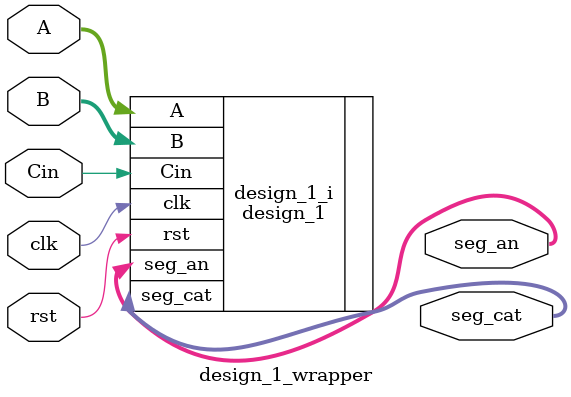
<source format=v>
`timescale 1 ps / 1 ps

module design_1_wrapper
   (A,
    B,
    Cin,
    clk,
    rst,
    seg_an,
    seg_cat);
  input [3:0]A;
  input [3:0]B;
  input Cin;
  input clk;
  input rst;
  output [3:0]seg_an;
  output [7:0]seg_cat;

  wire [3:0]A;
  wire [3:0]B;
  wire Cin;
  wire clk;
  wire rst;
  wire [3:0]seg_an;
  wire [7:0]seg_cat;

  design_1 design_1_i
       (.A(A),
        .B(B),
        .Cin(Cin),
        .clk(clk),
        .rst(rst),
        .seg_an(seg_an),
        .seg_cat(seg_cat));
endmodule

</source>
